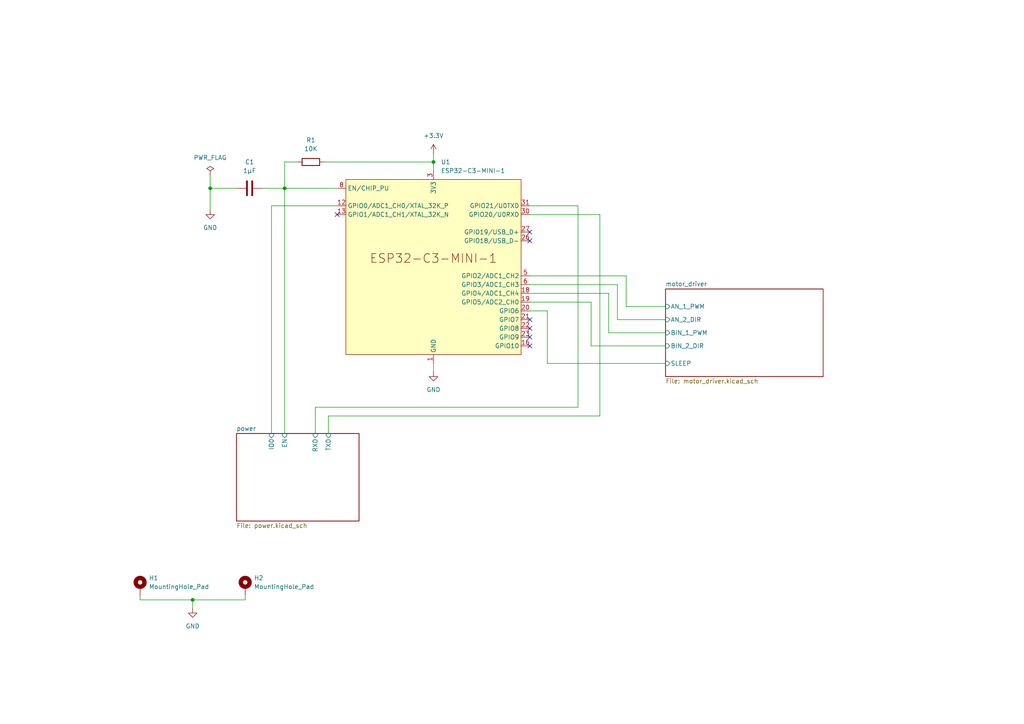
<source format=kicad_sch>
(kicad_sch (version 20250114) (generator "eeschema") (generator_version "9.0")
  (paper "A4")
  (lib_symbols
    (symbol "Device:C" (pin_numbers (hide yes)) (pin_names (offset 0.254))
      (property "Reference" "C" (at 0.635 2.54 0))
      (property "Value" "C" (at 0.635 -2.54 0))
      (symbol "C_0_1"
        (polyline (pts (xy -2.032 0.762) (xy 2.032 0.762)) (stroke (width 0.508)))
        (polyline (pts (xy -2.032 -0.762) (xy 2.032 -0.762)) (stroke (width 0.508)))
      )
      (symbol "C_1_1"
        (pin passive line (at 0 3.81 270) (length 2.794) (name "~") (number "1"))
        (pin passive line (at 0 -3.81 90) (length 2.794) (name "~") (number "2"))
      )
    )
    (symbol "Device:R" (pin_numbers (hide yes)) (pin_names (offset 0))
      (property "Reference" "R" (at 2.032 0 90))
      (property "Value" "R" (at 0 0 90))
      (symbol "R_0_1"
        (rectangle (start -1.016 -2.54) (end 1.016 2.54) (stroke (width 0.254)))
      )
      (symbol "R_1_1"
        (pin passive line (at 0 3.81 270) (length 1.27) (name "~") (number "1"))
        (pin passive line (at 0 -3.81 90) (length 1.27) (name "~") (number "2"))
      )
    )
    (symbol "Mechanical:MountingHole_Pad" (pin_numbers (hide yes)) (pin_names (offset 1.016) (hide yes)) (in_bom no)
      (property "Reference" "H" (at 0 6.35 0))
      (property "Value" "MountingHole_Pad" (at 0 4.445 0))
      (symbol "MountingHole_Pad_0_1"
        (circle (center 0 1.27) (radius 1.27) (stroke (width 1.27)))
      )
      (symbol "MountingHole_Pad_1_1"
        (pin input line (at 0 -2.54 90) (length 2.54) (name "1") (number "1"))
      )
    )
    (symbol "PCM_Espressif:ESP32-C3-MINI-1"
      (property "Reference" "U" (at -25.4 30.48 0))
      (property "Value" "ESP32-C3-MINI-1" (at -25.4 27.94 0))
      (symbol "ESP32-C3-MINI-1_0_0"
        (text "ESP32-C3-MINI-1" (at 0 2.54 0) (effects (font (size 2.54 2.54))))
      )
      (symbol "ESP32-C3-MINI-1_0_1"
        (rectangle (start -25.4 25.4) (end 25.4 -25.4) (fill (type background)))
      )
      (symbol "ESP32-C3-MINI-1_1_1"
        (pin input line (at -27.94 22.86 0) (length 2.54) (name "EN/CHIP_PU") (number "8"))
        (pin bidirectional line (at -27.94 17.78 0) (length 2.54) (name "GPIO0/ADC1_CH0/XTAL_32K_P") (number "12"))
        (pin bidirectional line (at -27.94 15.24 0) (length 2.54) (name "GPIO1/ADC1_CH1/XTAL_32K_N") (number "13"))
        (pin no_connect line (at -25.4 10.16 0) (length 2.54) (hide yes) (name "NC") (number "4"))
        (pin no_connect line (at -25.4 7.62 0) (length 2.54) (hide yes) (name "NC") (number "7"))
        (pin no_connect line (at -25.4 5.08 0) (length 2.54) (hide yes) (name "NC") (number "9"))
        (pin no_connect line (at -25.4 2.54 0) (length 2.54) (hide yes) (name "NC") (number "10"))
        (pin no_connect line (at -25.4 0 0) (length 2.54) (hide yes) (name "NC") (number "15"))
        (pin no_connect line (at -25.4 -2.54 0) (length 2.54) (hide yes) (name "NC") (number "17"))
        (pin no_connect line (at -25.4 -5.08 0) (length 2.54) (hide yes) (name "NC") (number "24"))
        (pin no_connect line (at -25.4 -7.62 0) (length 2.54) (hide yes) (name "NC") (number "25"))
        (pin no_connect line (at -25.4 -10.16 0) (length 2.54) (hide yes) (name "NC") (number "28"))
        (pin no_connect line (at -25.4 -12.7 0) (length 2.54) (hide yes) (name "NC") (number "29"))
        (pin no_connect line (at -25.4 -15.24 0) (length 2.54) (hide yes) (name "NC") (number "32"))
        (pin no_connect line (at -25.4 -17.78 0) (length 2.54) (hide yes) (name "NC") (number "33"))
        (pin no_connect line (at -25.4 -20.32 0) (length 2.54) (hide yes) (name "NC") (number "34"))
        (pin no_connect line (at -25.4 -22.86 0) (length 2.54) (hide yes) (name "NC") (number "35"))
        (pin power_in line (at 0 27.94 270) (length 2.54) (name "3V3") (number "3"))
        (pin power_in line (at 0 -27.94 90) (length 2.54) (name "GND") (number "1"))
        (pin passive line (at 0 -27.94 90) (length 2.54) (hide yes) (name "GND") (number "11"))
        (pin passive line (at 0 -27.94 90) (length 2.54) (hide yes) (name "GND") (number "14"))
        (pin passive line (at 0 -27.94 90) (length 2.54) (hide yes) (name "GND") (number "2"))
        (pin passive line (at 0 -27.94 90) (length 2.54) (hide yes) (name "GND") (number "36"))
        (pin passive line (at 0 -27.94 90) (length 2.54) (hide yes) (name "GND") (number "37"))
        (pin passive line (at 0 -27.94 90) (length 2.54) (hide yes) (name "GND") (number "38"))
        (pin passive line (at 0 -27.94 90) (length 2.54) (hide yes) (name "GND") (number "39"))
        (pin passive line (at 0 -27.94 90) (length 2.54) (hide yes) (name "GND") (number "40"))
        (pin passive line (at 0 -27.94 90) (length 2.54) (hide yes) (name "GND") (number "41"))
        (pin passive line (at 0 -27.94 90) (length 2.54) (hide yes) (name "GND") (number "42"))
        (pin passive line (at 0 -27.94 90) (length 2.54) (hide yes) (name "GND") (number "43"))
        (pin passive line (at 0 -27.94 90) (length 2.54) (hide yes) (name "GND") (number "44"))
        (pin passive line (at 0 -27.94 90) (length 2.54) (hide yes) (name "GND") (number "45"))
        (pin passive line (at 0 -27.94 90) (length 2.54) (hide yes) (name "GND") (number "46"))
        (pin passive line (at 0 -27.94 90) (length 2.54) (hide yes) (name "GND") (number "47"))
        (pin passive line (at 0 -27.94 90) (length 2.54) (hide yes) (name "GND") (number "48"))
        (pin passive line (at 0 -27.94 90) (length 2.54) (hide yes) (name "GND") (number "49"))
        (pin passive line (at 0 -27.94 90) (length 2.54) (hide yes) (name "GND") (number "50"))
        (pin passive line (at 0 -27.94 90) (length 2.54) (hide yes) (name "GND") (number "51"))
        (pin passive line (at 0 -27.94 90) (length 2.54) (hide yes) (name "GND") (number "52"))
        (pin passive line (at 0 -27.94 90) (length 2.54) (hide yes) (name "GND") (number "53"))
        (pin bidirectional line (at 27.94 17.78 180) (length 2.54) (name "GPIO21/U0TXD") (number "31"))
        (pin bidirectional line (at 27.94 15.24 180) (length 2.54) (name "GPIO20/U0RXD") (number "30"))
        (pin bidirectional line (at 27.94 10.16 180) (length 2.54) (name "GPIO19/USB_D+") (number "27"))
        (pin bidirectional line (at 27.94 7.62 180) (length 2.54) (name "GPIO18/USB_D-") (number "26"))
        (pin bidirectional line (at 27.94 -2.54 180) (length 2.54) (name "GPIO2/ADC1_CH2") (number "5"))
        (pin bidirectional line (at 27.94 -5.08 180) (length 2.54) (name "GPIO3/ADC1_CH3") (number "6"))
        (pin bidirectional line (at 27.94 -7.62 180) (length 2.54) (name "GPIO4/ADC1_CH4") (number "18"))
        (pin bidirectional line (at 27.94 -10.16 180) (length 2.54) (name "GPIO5/ADC2_CH0") (number "19"))
        (pin bidirectional line (at 27.94 -12.7 180) (length 2.54) (name "GPIO6") (number "20"))
        (pin bidirectional line (at 27.94 -15.24 180) (length 2.54) (name "GPIO7") (number "21"))
        (pin bidirectional line (at 27.94 -17.78 180) (length 2.54) (name "GPIO8") (number "22"))
        (pin bidirectional line (at 27.94 -20.32 180) (length 2.54) (name "GPIO9") (number "23"))
        (pin bidirectional line (at 27.94 -22.86 180) (length 2.54) (name "GPIO10") (number "16"))
      )
    )
    (symbol "power:+3.3V" (power) (pin_numbers (hide yes)) (pin_names (offset 0) (hide yes))
      (property "Value" "+3.3V" (at 0 3.556 0))
      (symbol "+3.3V_0_1"
        (polyline (pts (xy -0.762 1.27) (xy 0 2.54)))
        (polyline (pts (xy 0 2.54) (xy 0.762 1.27)))
        (polyline (pts (xy 0 0) (xy 0 2.54)))
      )
      (symbol "+3.3V_1_1"
        (pin power_in line (at 0 0 90) (length 0) (name "~") (number "1"))
      )
    )
    (symbol "power:GND" (power) (pin_numbers (hide yes)) (pin_names (offset 0) (hide yes))
      (property "Value" "GND" (at 0 -3.81 0))
      (symbol "GND_0_1"
        (polyline (pts (xy 0 0) (xy 0 -1.27) (xy 1.27 -1.27) (xy 0 -2.54) (xy -1.27 -1.27) (xy 0 -1.27)))
      )
      (symbol "GND_1_1"
        (pin power_in line (at 0 0 270) (length 0) (name "~") (number "1"))
      )
    )
    (symbol "power:PWR_FLAG" (power) (pin_numbers (hide yes)) (pin_names (offset 0) (hide yes))
      (property "Value" "PWR_FLAG" (at 0 3.81 0))
      (symbol "PWR_FLAG_0_0"
        (pin power_out line (at 0 0 90) (length 0) (name "~") (number "1"))
      )
      (symbol "PWR_FLAG_0_1"
        (polyline (pts (xy 0 0) (xy 0 1.27) (xy -1.016 1.905) (xy 0 2.54) (xy 1.016 1.905) (xy 0 1.27)))
      )
    )
  )
  (junction (at 82.55 54.61))
  (junction (at 125.73 46.99))
  (junction (at 60.96 54.61))
  (junction (at 55.88 173.99))
  (no_connect (at 153.67 95.25))
  (no_connect (at 153.67 69.85))
  (no_connect (at 153.67 100.33))
  (no_connect (at 153.67 92.71))
  (no_connect (at 153.67 97.79))
  (no_connect (at 97.79 62.23))
  (no_connect (at 153.67 67.31))
  (wire (pts (xy 82.55 54.61) (xy 82.55 125.73)))
  (wire (pts (xy 193.04 88.9) (xy 181.61 88.9)))
  (wire (pts (xy 60.96 54.61) (xy 60.96 60.96)))
  (wire (pts (xy 193.04 96.52) (xy 176.53 96.52)))
  (wire (pts (xy 86.36 46.99) (xy 82.55 46.99)))
  (wire (pts (xy 78.74 59.69) (xy 78.74 125.73)))
  (wire (pts (xy 55.88 173.99) (xy 71.12 173.99)))
  (wire (pts (xy 153.67 59.69) (xy 167.64 59.69)))
  (wire (pts (xy 179.07 92.71) (xy 179.07 82.55)))
  (wire (pts (xy 93.98 46.99) (xy 125.73 46.99)))
  (wire (pts (xy 171.45 87.63) (xy 153.67 87.63)))
  (wire (pts (xy 91.44 125.73) (xy 91.44 118.11)))
  (wire (pts (xy 76.2 54.61) (xy 82.55 54.61)))
  (wire (pts (xy 60.96 50.8) (xy 60.96 54.61)))
  (wire (pts (xy 176.53 96.52) (xy 176.53 85.09)))
  (wire (pts (xy 158.75 90.17) (xy 153.67 90.17)))
  (wire (pts (xy 125.73 44.45) (xy 125.73 46.99)))
  (wire (pts (xy 173.99 62.23) (xy 153.67 62.23)))
  (wire (pts (xy 167.64 118.11) (xy 167.64 59.69)))
  (wire (pts (xy 68.58 54.61) (xy 60.96 54.61)))
  (wire (pts (xy 40.64 172.72) (xy 40.64 173.99)))
  (wire (pts (xy 97.79 59.69) (xy 78.74 59.69)))
  (wire (pts (xy 179.07 82.55) (xy 153.67 82.55)))
  (wire (pts (xy 171.45 100.33) (xy 171.45 87.63)))
  (wire (pts (xy 193.04 105.41) (xy 158.75 105.41)))
  (wire (pts (xy 71.12 173.99) (xy 71.12 172.72)))
  (wire (pts (xy 55.88 173.99) (xy 55.88 176.53)))
  (wire (pts (xy 181.61 88.9) (xy 181.61 80.01)))
  (wire (pts (xy 82.55 54.61) (xy 97.79 54.61)))
  (wire (pts (xy 158.75 105.41) (xy 158.75 90.17)))
  (wire (pts (xy 173.99 120.65) (xy 173.99 62.23)))
  (wire (pts (xy 193.04 100.33) (xy 171.45 100.33)))
  (wire (pts (xy 125.73 105.41) (xy 125.73 107.95)))
  (wire (pts (xy 193.04 92.71) (xy 179.07 92.71)))
  (wire (pts (xy 181.61 80.01) (xy 153.67 80.01)))
  (wire (pts (xy 176.53 85.09) (xy 153.67 85.09)))
  (wire (pts (xy 125.73 46.99) (xy 125.73 49.53)))
  (wire (pts (xy 82.55 46.99) (xy 82.55 54.61)))
  (wire (pts (xy 40.64 173.99) (xy 55.88 173.99)))
  (wire (pts (xy 95.25 125.73) (xy 95.25 120.65)))
  (wire (pts (xy 91.44 118.11) (xy 167.64 118.11)))
  (wire (pts (xy 95.25 120.65) (xy 173.99 120.65)))
  (symbol (lib_id "power:GND") (at 60.96 60.96 0) (unit 1)
    (property "Reference" "#PWR02" (effects (hide yes)))
    (property "Value" "GND" (at 60.96 66.04 0))
    (property "Description" "Power symbol creates a global label with name \"GND\" , ground" (effects (hide yes)))
  )
  (symbol (lib_id "power:+3.3V") (at 125.73 44.45 0) (unit 1)
    (property "Reference" "#PWR03" (effects (hide yes)))
    (property "Value" "+3.3V" (at 125.73 39.37 0))
    (property "Description" "Power symbol creates a global label with name \"+3.3V\"" (effects (hide yes)))
  )
  (symbol (lib_id "power:GND") (at 55.88 176.53 0) (unit 1)
    (property "Reference" "#PWR01" (effects (hide yes)))
    (property "Value" "GND" (at 55.88 181.61 0))
    (property "Description" "Power symbol creates a global label with name \"GND\" , ground" (effects (hide yes)))
  )
  (symbol (lib_id "PCM_Espressif:ESP32-C3-MINI-1") (at 125.73 77.47 0) (unit 1)
    (property "Reference" "U1" (at 127.8733 46.99 0) (effects (justify left)))
    (property "Value" "ESP32-C3-MINI-1" (at 127.8733 49.53 0) (effects (justify left)))
    (property "Footprint" "PCM_Espressif:ESP32-C3-MINI-1" (effects (hide yes)))
    (property "Datasheet" "https://www.espressif.com/sites/default/files/documentation/esp32-c3-mini-1_datasheet_en.pdf" (effects (hide yes)))
    (property "Description" "ESP32-C3-MINI-1 family is an ultra-low-power MCU-based SoC solution that supports 2.4 GHz Wi-Fi and Bluetooth®Low Energy (Bluetooth LE)." (effects (hide yes)))
  )
  (symbol (lib_id "Mechanical:MountingHole_Pad") (at 40.64 170.18 0) (unit 1) (in_bom no)
    (property "Reference" "H1" (at 43.18 167.6399 0) (effects (justify left)))
    (property "Value" "MountingHole_Pad" (at 43.18 170.1799 0) (effects (justify left)))
    (property "Footprint" "MountingHole:MountingHole_2.5mm" (effects (hide yes)))
    (property "Description" "Mounting Hole with connection" (effects (hide yes)))
  )
  (symbol (lib_id "power:PWR_FLAG") (at 60.96 50.8 0) (unit 1)
    (property "Reference" "#FLG01" (effects (hide yes)))
    (property "Value" "PWR_FLAG" (at 60.96 45.72 0))
    (property "Description" "Special symbol for telling ERC where power comes from" (effects (hide yes)))
  )
  (symbol (lib_id "Device:R") (at 90.17 46.99 90) (unit 1)
    (property "Reference" "R1" (at 90.17 40.64 90))
    (property "Value" "10K" (at 90.17 43.18 90))
    (property "Footprint" "Resistor_SMD:R_1206_3216Metric" (effects (hide yes)))
    (property "Description" "Resistor" (effects (hide yes)))
  )
  (symbol (lib_id "Mechanical:MountingHole_Pad") (at 71.12 170.18 0) (unit 1) (in_bom no)
    (property "Reference" "H2" (at 73.66 167.6399 0) (effects (justify left)))
    (property "Value" "MountingHole_Pad" (at 73.66 170.1799 0) (effects (justify left)))
    (property "Footprint" "MountingHole:MountingHole_2.5mm" (effects (hide yes)))
    (property "Description" "Mounting Hole with connection" (effects (hide yes)))
  )
  (symbol (lib_id "power:GND") (at 125.73 107.95 0) (unit 1)
    (property "Reference" "#PWR04" (effects (hide yes)))
    (property "Value" "GND" (at 125.73 113.03 0))
    (property "Description" "Power symbol creates a global label with name \"GND\" , ground" (effects (hide yes)))
  )
  (symbol (lib_id "Device:C") (at 72.39 54.61 270) (unit 1)
    (property "Reference" "C1" (at 72.39 46.99 90))
    (property "Value" "1µF" (at 72.39 49.53 90))
    (property "Footprint" "Capacitor_SMD:C_1206_3216Metric" (effects (hide yes)))
    (property "Description" "Unpolarized capacitor" (effects (hide yes)))
  )
  (sheet (at 68.58 125.73) (size 35.56 25.4) (stroke (width 0.1524))
    (property "Sheetname" "power" (at 68.58 125.0184 0) (effects (justify left bottom)))
    (property "Sheetfile" "power.kicad_sch" (at 68.58 151.7146 0) (effects (justify left top)))
    (pin "RXD" input (at 91.44 125.73 90))
    (pin "TXD" input (at 95.25 125.73 90))
    (pin "EN" input (at 82.55 125.73 90))
    (pin "IO0" input (at 78.74 125.73 90))
  )
  (sheet (at 193.04 83.82) (size 45.72 25.4) (stroke (width 0.1524))
    (property "Sheetname" "motor_driver" (at 193.04 83.1084 0) (effects (justify left bottom)))
    (property "Sheetfile" "motor_driver.kicad_sch" (at 193.04 109.8046 0) (effects (justify left top)))
    (pin "SLEEP" input (at 193.04 105.41 180))
    (pin "AN_1_PWM" input (at 193.04 88.9 180))
    (pin "AN_2_DIR" input (at 193.04 92.71 180))
    (pin "BIN_1_PWM" input (at 193.04 96.52 180))
    (pin "BIN_2_DIR" input (at 193.04 100.33 180))
  )
)
</source>
